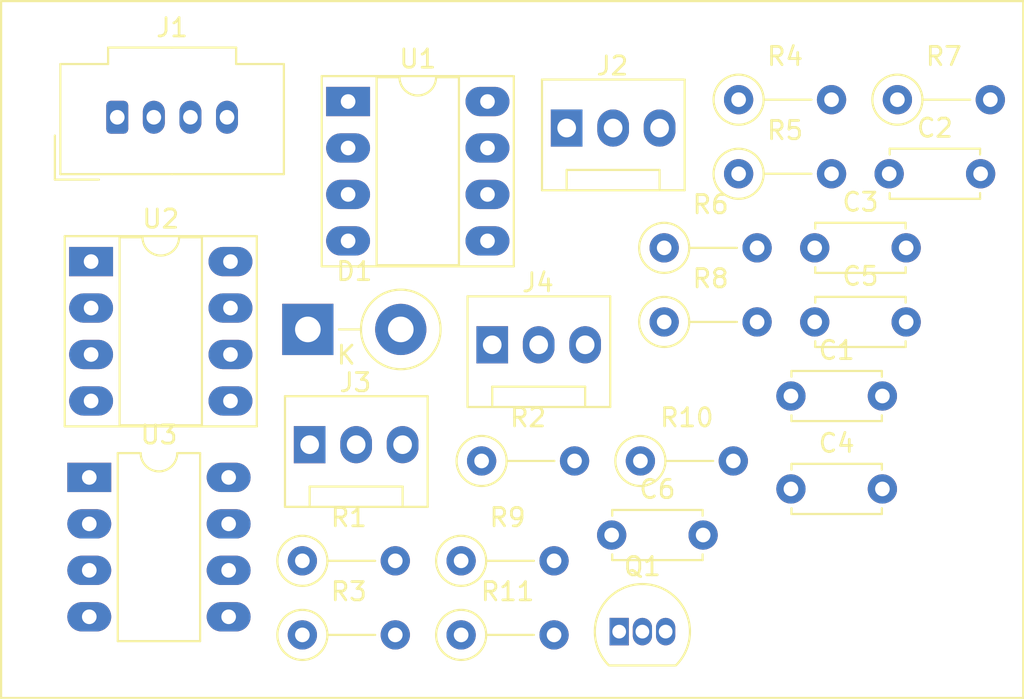
<source format=kicad_pcb>
(kicad_pcb (version 20171130) (host pcbnew "(5.1.0)-1")

  (general
    (thickness 1.6)
    (drawings 4)
    (tracks 0)
    (zones 0)
    (modules 26)
    (nets 22)
  )

  (page A4)
  (layers
    (0 F.Cu signal)
    (31 B.Cu signal)
    (32 B.Adhes user)
    (33 F.Adhes user)
    (34 B.Paste user)
    (35 F.Paste user)
    (36 B.SilkS user)
    (37 F.SilkS user)
    (38 B.Mask user)
    (39 F.Mask user)
    (40 Dwgs.User user)
    (41 Cmts.User user)
    (42 Eco1.User user)
    (43 Eco2.User user)
    (44 Edge.Cuts user)
    (45 Margin user)
    (46 B.CrtYd user)
    (47 F.CrtYd user)
    (48 B.Fab user)
    (49 F.Fab user)
  )

  (setup
    (last_trace_width 0.25)
    (trace_clearance 0.2)
    (zone_clearance 0.508)
    (zone_45_only no)
    (trace_min 0.2)
    (via_size 0.8)
    (via_drill 0.4)
    (via_min_size 0.4)
    (via_min_drill 0.3)
    (uvia_size 0.3)
    (uvia_drill 0.1)
    (uvias_allowed no)
    (uvia_min_size 0.2)
    (uvia_min_drill 0.1)
    (edge_width 0.05)
    (segment_width 0.2)
    (pcb_text_width 0.3)
    (pcb_text_size 1.5 1.5)
    (mod_edge_width 0.12)
    (mod_text_size 1 1)
    (mod_text_width 0.15)
    (pad_size 1.524 1.524)
    (pad_drill 0.762)
    (pad_to_mask_clearance 0.051)
    (solder_mask_min_width 0.25)
    (aux_axis_origin 0 0)
    (visible_elements 7FFFFFFF)
    (pcbplotparams
      (layerselection 0x010fc_ffffffff)
      (usegerberextensions false)
      (usegerberattributes false)
      (usegerberadvancedattributes false)
      (creategerberjobfile true)
      (excludeedgelayer true)
      (linewidth 0.100000)
      (plotframeref false)
      (viasonmask false)
      (mode 1)
      (useauxorigin false)
      (hpglpennumber 1)
      (hpglpenspeed 20)
      (hpglpendiameter 15.000000)
      (psnegative false)
      (psa4output false)
      (plotreference true)
      (plotvalue true)
      (plotinvisibletext false)
      (padsonsilk false)
      (subtractmaskfromsilk false)
      (outputformat 1)
      (mirror false)
      (drillshape 0)
      (scaleselection 1)
      (outputdirectory ""))
  )

  (net 0 "")
  (net 1 "Net-(C1-Pad2)")
  (net 2 "Net-(C1-Pad1)")
  (net 3 "Net-(C2-Pad2)")
  (net 4 "Net-(C3-Pad2)")
  (net 5 "Net-(C4-Pad2)")
  (net 6 "Net-(C5-Pad2)")
  (net 7 "Net-(C5-Pad1)")
  (net 8 "Net-(C6-Pad2)")
  (net 9 "Net-(C6-Pad1)")
  (net 10 "Net-(D1-Pad1)")
  (net 11 "Net-(J1-Pad3)")
  (net 12 "Net-(J1-Pad2)")
  (net 13 "Net-(J2-Pad2)")
  (net 14 "Net-(J2-Pad1)")
  (net 15 "Net-(J3-Pad3)")
  (net 16 "Net-(J3-Pad1)")
  (net 17 "Net-(Q1-Pad1)")
  (net 18 "Net-(Q1-Pad2)")
  (net 19 "Net-(R1-Pad1)")
  (net 20 "Net-(R2-Pad1)")
  (net 21 "Net-(R3-Pad1)")

  (net_class Default "This is the default net class."
    (clearance 0.2)
    (trace_width 0.25)
    (via_dia 0.8)
    (via_drill 0.4)
    (uvia_dia 0.3)
    (uvia_drill 0.1)
    (add_net "Net-(C1-Pad1)")
    (add_net "Net-(C1-Pad2)")
    (add_net "Net-(C2-Pad2)")
    (add_net "Net-(C3-Pad2)")
    (add_net "Net-(C4-Pad2)")
    (add_net "Net-(C5-Pad1)")
    (add_net "Net-(C5-Pad2)")
    (add_net "Net-(C6-Pad1)")
    (add_net "Net-(C6-Pad2)")
    (add_net "Net-(D1-Pad1)")
    (add_net "Net-(J1-Pad2)")
    (add_net "Net-(J1-Pad3)")
    (add_net "Net-(J2-Pad1)")
    (add_net "Net-(J2-Pad2)")
    (add_net "Net-(J3-Pad1)")
    (add_net "Net-(J3-Pad3)")
    (add_net "Net-(Q1-Pad1)")
    (add_net "Net-(Q1-Pad2)")
    (add_net "Net-(R1-Pad1)")
    (add_net "Net-(R2-Pad1)")
    (add_net "Net-(R3-Pad1)")
  )

  (module Package_DIP:DIP-8_W7.62mm_LongPads (layer F.Cu) (tedit 5A02E8C5) (tstamp 5D15CAE1)
    (at 74.67 85.73)
    (descr "8-lead though-hole mounted DIP package, row spacing 7.62 mm (300 mils), LongPads")
    (tags "THT DIP DIL PDIP 2.54mm 7.62mm 300mil LongPads")
    (path /5D1510E0)
    (fp_text reference U3 (at 3.81 -2.33) (layer F.SilkS)
      (effects (font (size 1 1) (thickness 0.15)))
    )
    (fp_text value LM358NFS-ND (at 3.81 9.95) (layer F.Fab)
      (effects (font (size 1 1) (thickness 0.15)))
    )
    (fp_text user %R (at 3.81 3.81) (layer F.Fab)
      (effects (font (size 1 1) (thickness 0.15)))
    )
    (fp_line (start 9.1 -1.55) (end -1.45 -1.55) (layer F.CrtYd) (width 0.05))
    (fp_line (start 9.1 9.15) (end 9.1 -1.55) (layer F.CrtYd) (width 0.05))
    (fp_line (start -1.45 9.15) (end 9.1 9.15) (layer F.CrtYd) (width 0.05))
    (fp_line (start -1.45 -1.55) (end -1.45 9.15) (layer F.CrtYd) (width 0.05))
    (fp_line (start 6.06 -1.33) (end 4.81 -1.33) (layer F.SilkS) (width 0.12))
    (fp_line (start 6.06 8.95) (end 6.06 -1.33) (layer F.SilkS) (width 0.12))
    (fp_line (start 1.56 8.95) (end 6.06 8.95) (layer F.SilkS) (width 0.12))
    (fp_line (start 1.56 -1.33) (end 1.56 8.95) (layer F.SilkS) (width 0.12))
    (fp_line (start 2.81 -1.33) (end 1.56 -1.33) (layer F.SilkS) (width 0.12))
    (fp_line (start 0.635 -0.27) (end 1.635 -1.27) (layer F.Fab) (width 0.1))
    (fp_line (start 0.635 8.89) (end 0.635 -0.27) (layer F.Fab) (width 0.1))
    (fp_line (start 6.985 8.89) (end 0.635 8.89) (layer F.Fab) (width 0.1))
    (fp_line (start 6.985 -1.27) (end 6.985 8.89) (layer F.Fab) (width 0.1))
    (fp_line (start 1.635 -1.27) (end 6.985 -1.27) (layer F.Fab) (width 0.1))
    (fp_arc (start 3.81 -1.33) (end 2.81 -1.33) (angle -180) (layer F.SilkS) (width 0.12))
    (pad 8 thru_hole oval (at 7.62 0) (size 2.4 1.6) (drill 0.8) (layers *.Cu *.Mask)
      (net 10 "Net-(D1-Pad1)"))
    (pad 4 thru_hole oval (at 0 7.62) (size 2.4 1.6) (drill 0.8) (layers *.Cu *.Mask)
      (net 1 "Net-(C1-Pad2)"))
    (pad 7 thru_hole oval (at 7.62 2.54) (size 2.4 1.6) (drill 0.8) (layers *.Cu *.Mask)
      (net 16 "Net-(J3-Pad1)"))
    (pad 3 thru_hole oval (at 0 5.08) (size 2.4 1.6) (drill 0.8) (layers *.Cu *.Mask)
      (net 13 "Net-(J2-Pad2)"))
    (pad 6 thru_hole oval (at 7.62 5.08) (size 2.4 1.6) (drill 0.8) (layers *.Cu *.Mask)
      (net 9 "Net-(C6-Pad1)"))
    (pad 2 thru_hole oval (at 0 2.54) (size 2.4 1.6) (drill 0.8) (layers *.Cu *.Mask)
      (net 7 "Net-(C5-Pad1)"))
    (pad 5 thru_hole oval (at 7.62 7.62) (size 2.4 1.6) (drill 0.8) (layers *.Cu *.Mask)
      (net 15 "Net-(J3-Pad3)"))
    (pad 1 thru_hole rect (at 0 0) (size 2.4 1.6) (drill 0.8) (layers *.Cu *.Mask)
      (net 7 "Net-(C5-Pad1)"))
    (model ${KISYS3DMOD}/Package_DIP.3dshapes/DIP-8_W7.62mm.wrl
      (at (xyz 0 0 0))
      (scale (xyz 1 1 1))
      (rotate (xyz 0 0 0))
    )
  )

  (module Package_DIP:DIP-8_W7.62mm_Socket_LongPads (layer F.Cu) (tedit 5A02E8C5) (tstamp 5D15CAC5)
    (at 74.77 73.93)
    (descr "8-lead though-hole mounted DIP package, row spacing 7.62 mm (300 mils), Socket, LongPads")
    (tags "THT DIP DIL PDIP 2.54mm 7.62mm 300mil Socket LongPads")
    (path /5D13DA0F)
    (fp_text reference U2 (at 3.81 -2.33) (layer F.SilkS)
      (effects (font (size 1 1) (thickness 0.15)))
    )
    (fp_text value NE555 (at 3.81 9.95) (layer F.Fab)
      (effects (font (size 1 1) (thickness 0.15)))
    )
    (fp_text user %R (at 3.81 3.81) (layer F.Fab)
      (effects (font (size 1 1) (thickness 0.15)))
    )
    (fp_line (start 9.15 -1.6) (end -1.55 -1.6) (layer F.CrtYd) (width 0.05))
    (fp_line (start 9.15 9.2) (end 9.15 -1.6) (layer F.CrtYd) (width 0.05))
    (fp_line (start -1.55 9.2) (end 9.15 9.2) (layer F.CrtYd) (width 0.05))
    (fp_line (start -1.55 -1.6) (end -1.55 9.2) (layer F.CrtYd) (width 0.05))
    (fp_line (start 9.06 -1.39) (end -1.44 -1.39) (layer F.SilkS) (width 0.12))
    (fp_line (start 9.06 9.01) (end 9.06 -1.39) (layer F.SilkS) (width 0.12))
    (fp_line (start -1.44 9.01) (end 9.06 9.01) (layer F.SilkS) (width 0.12))
    (fp_line (start -1.44 -1.39) (end -1.44 9.01) (layer F.SilkS) (width 0.12))
    (fp_line (start 6.06 -1.33) (end 4.81 -1.33) (layer F.SilkS) (width 0.12))
    (fp_line (start 6.06 8.95) (end 6.06 -1.33) (layer F.SilkS) (width 0.12))
    (fp_line (start 1.56 8.95) (end 6.06 8.95) (layer F.SilkS) (width 0.12))
    (fp_line (start 1.56 -1.33) (end 1.56 8.95) (layer F.SilkS) (width 0.12))
    (fp_line (start 2.81 -1.33) (end 1.56 -1.33) (layer F.SilkS) (width 0.12))
    (fp_line (start 8.89 -1.33) (end -1.27 -1.33) (layer F.Fab) (width 0.1))
    (fp_line (start 8.89 8.95) (end 8.89 -1.33) (layer F.Fab) (width 0.1))
    (fp_line (start -1.27 8.95) (end 8.89 8.95) (layer F.Fab) (width 0.1))
    (fp_line (start -1.27 -1.33) (end -1.27 8.95) (layer F.Fab) (width 0.1))
    (fp_line (start 0.635 -0.27) (end 1.635 -1.27) (layer F.Fab) (width 0.1))
    (fp_line (start 0.635 8.89) (end 0.635 -0.27) (layer F.Fab) (width 0.1))
    (fp_line (start 6.985 8.89) (end 0.635 8.89) (layer F.Fab) (width 0.1))
    (fp_line (start 6.985 -1.27) (end 6.985 8.89) (layer F.Fab) (width 0.1))
    (fp_line (start 1.635 -1.27) (end 6.985 -1.27) (layer F.Fab) (width 0.1))
    (fp_arc (start 3.81 -1.33) (end 2.81 -1.33) (angle -180) (layer F.SilkS) (width 0.12))
    (pad 8 thru_hole oval (at 7.62 0) (size 2.4 1.6) (drill 0.8) (layers *.Cu *.Mask)
      (net 10 "Net-(D1-Pad1)"))
    (pad 4 thru_hole oval (at 0 7.62) (size 2.4 1.6) (drill 0.8) (layers *.Cu *.Mask)
      (net 10 "Net-(D1-Pad1)"))
    (pad 7 thru_hole oval (at 7.62 2.54) (size 2.4 1.6) (drill 0.8) (layers *.Cu *.Mask)
      (net 5 "Net-(C4-Pad2)"))
    (pad 3 thru_hole oval (at 0 5.08) (size 2.4 1.6) (drill 0.8) (layers *.Cu *.Mask)
      (net 20 "Net-(R2-Pad1)"))
    (pad 6 thru_hole oval (at 7.62 5.08) (size 2.4 1.6) (drill 0.8) (layers *.Cu *.Mask)
      (net 5 "Net-(C4-Pad2)"))
    (pad 2 thru_hole oval (at 0 2.54) (size 2.4 1.6) (drill 0.8) (layers *.Cu *.Mask)
      (net 17 "Net-(Q1-Pad1)"))
    (pad 5 thru_hole oval (at 7.62 7.62) (size 2.4 1.6) (drill 0.8) (layers *.Cu *.Mask)
      (net 4 "Net-(C3-Pad2)"))
    (pad 1 thru_hole rect (at 0 0) (size 2.4 1.6) (drill 0.8) (layers *.Cu *.Mask)
      (net 1 "Net-(C1-Pad2)"))
    (model ${KISYS3DMOD}/Package_DIP.3dshapes/DIP-8_W7.62mm_Socket.wrl
      (at (xyz 0 0 0))
      (scale (xyz 1 1 1))
      (rotate (xyz 0 0 0))
    )
  )

  (module Package_DIP:DIP-8_W7.62mm_Socket_LongPads (layer F.Cu) (tedit 5A02E8C5) (tstamp 5D15CAA1)
    (at 88.82 65.18)
    (descr "8-lead though-hole mounted DIP package, row spacing 7.62 mm (300 mils), Socket, LongPads")
    (tags "THT DIP DIL PDIP 2.54mm 7.62mm 300mil Socket LongPads")
    (path /5D13CA47)
    (fp_text reference U1 (at 3.81 -2.33) (layer F.SilkS)
      (effects (font (size 1 1) (thickness 0.15)))
    )
    (fp_text value NE555 (at 3.81 9.95) (layer F.Fab)
      (effects (font (size 1 1) (thickness 0.15)))
    )
    (fp_text user %R (at 3.81 3.81) (layer F.Fab)
      (effects (font (size 1 1) (thickness 0.15)))
    )
    (fp_line (start 9.15 -1.6) (end -1.55 -1.6) (layer F.CrtYd) (width 0.05))
    (fp_line (start 9.15 9.2) (end 9.15 -1.6) (layer F.CrtYd) (width 0.05))
    (fp_line (start -1.55 9.2) (end 9.15 9.2) (layer F.CrtYd) (width 0.05))
    (fp_line (start -1.55 -1.6) (end -1.55 9.2) (layer F.CrtYd) (width 0.05))
    (fp_line (start 9.06 -1.39) (end -1.44 -1.39) (layer F.SilkS) (width 0.12))
    (fp_line (start 9.06 9.01) (end 9.06 -1.39) (layer F.SilkS) (width 0.12))
    (fp_line (start -1.44 9.01) (end 9.06 9.01) (layer F.SilkS) (width 0.12))
    (fp_line (start -1.44 -1.39) (end -1.44 9.01) (layer F.SilkS) (width 0.12))
    (fp_line (start 6.06 -1.33) (end 4.81 -1.33) (layer F.SilkS) (width 0.12))
    (fp_line (start 6.06 8.95) (end 6.06 -1.33) (layer F.SilkS) (width 0.12))
    (fp_line (start 1.56 8.95) (end 6.06 8.95) (layer F.SilkS) (width 0.12))
    (fp_line (start 1.56 -1.33) (end 1.56 8.95) (layer F.SilkS) (width 0.12))
    (fp_line (start 2.81 -1.33) (end 1.56 -1.33) (layer F.SilkS) (width 0.12))
    (fp_line (start 8.89 -1.33) (end -1.27 -1.33) (layer F.Fab) (width 0.1))
    (fp_line (start 8.89 8.95) (end 8.89 -1.33) (layer F.Fab) (width 0.1))
    (fp_line (start -1.27 8.95) (end 8.89 8.95) (layer F.Fab) (width 0.1))
    (fp_line (start -1.27 -1.33) (end -1.27 8.95) (layer F.Fab) (width 0.1))
    (fp_line (start 0.635 -0.27) (end 1.635 -1.27) (layer F.Fab) (width 0.1))
    (fp_line (start 0.635 8.89) (end 0.635 -0.27) (layer F.Fab) (width 0.1))
    (fp_line (start 6.985 8.89) (end 0.635 8.89) (layer F.Fab) (width 0.1))
    (fp_line (start 6.985 -1.27) (end 6.985 8.89) (layer F.Fab) (width 0.1))
    (fp_line (start 1.635 -1.27) (end 6.985 -1.27) (layer F.Fab) (width 0.1))
    (fp_arc (start 3.81 -1.33) (end 2.81 -1.33) (angle -180) (layer F.SilkS) (width 0.12))
    (pad 8 thru_hole oval (at 7.62 0) (size 2.4 1.6) (drill 0.8) (layers *.Cu *.Mask)
      (net 10 "Net-(D1-Pad1)"))
    (pad 4 thru_hole oval (at 0 7.62) (size 2.4 1.6) (drill 0.8) (layers *.Cu *.Mask)
      (net 19 "Net-(R1-Pad1)"))
    (pad 7 thru_hole oval (at 7.62 2.54) (size 2.4 1.6) (drill 0.8) (layers *.Cu *.Mask)
      (net 21 "Net-(R3-Pad1)"))
    (pad 3 thru_hole oval (at 0 5.08) (size 2.4 1.6) (drill 0.8) (layers *.Cu *.Mask)
      (net 14 "Net-(J2-Pad1)"))
    (pad 6 thru_hole oval (at 7.62 5.08) (size 2.4 1.6) (drill 0.8) (layers *.Cu *.Mask)
      (net 2 "Net-(C1-Pad1)"))
    (pad 2 thru_hole oval (at 0 2.54) (size 2.4 1.6) (drill 0.8) (layers *.Cu *.Mask)
      (net 2 "Net-(C1-Pad1)"))
    (pad 5 thru_hole oval (at 7.62 7.62) (size 2.4 1.6) (drill 0.8) (layers *.Cu *.Mask)
      (net 3 "Net-(C2-Pad2)"))
    (pad 1 thru_hole rect (at 0 0) (size 2.4 1.6) (drill 0.8) (layers *.Cu *.Mask)
      (net 1 "Net-(C1-Pad2)"))
    (model ${KISYS3DMOD}/Package_DIP.3dshapes/DIP-8_W7.62mm_Socket.wrl
      (at (xyz 0 0 0))
      (scale (xyz 1 1 1))
      (rotate (xyz 0 0 0))
    )
  )

  (module Resistor_THT:R_Axial_DIN0207_L6.3mm_D2.5mm_P5.08mm_Vertical (layer F.Cu) (tedit 5AE5139B) (tstamp 5D15CA7D)
    (at 95 94.34)
    (descr "Resistor, Axial_DIN0207 series, Axial, Vertical, pin pitch=5.08mm, 0.25W = 1/4W, length*diameter=6.3*2.5mm^2, http://cdn-reichelt.de/documents/datenblatt/B400/1_4W%23YAG.pdf")
    (tags "Resistor Axial_DIN0207 series Axial Vertical pin pitch 5.08mm 0.25W = 1/4W length 6.3mm diameter 2.5mm")
    (path /5D16FE70)
    (fp_text reference R11 (at 2.54 -2.37) (layer F.SilkS)
      (effects (font (size 1 1) (thickness 0.15)))
    )
    (fp_text value 10K (at 2.54 2.37) (layer F.Fab)
      (effects (font (size 1 1) (thickness 0.15)))
    )
    (fp_text user %R (at 2.54 -2.37) (layer F.Fab)
      (effects (font (size 1 1) (thickness 0.15)))
    )
    (fp_line (start 6.13 -1.5) (end -1.5 -1.5) (layer F.CrtYd) (width 0.05))
    (fp_line (start 6.13 1.5) (end 6.13 -1.5) (layer F.CrtYd) (width 0.05))
    (fp_line (start -1.5 1.5) (end 6.13 1.5) (layer F.CrtYd) (width 0.05))
    (fp_line (start -1.5 -1.5) (end -1.5 1.5) (layer F.CrtYd) (width 0.05))
    (fp_line (start 1.37 0) (end 3.98 0) (layer F.SilkS) (width 0.12))
    (fp_line (start 0 0) (end 5.08 0) (layer F.Fab) (width 0.1))
    (fp_circle (center 0 0) (end 1.37 0) (layer F.SilkS) (width 0.12))
    (fp_circle (center 0 0) (end 1.25 0) (layer F.Fab) (width 0.1))
    (pad 2 thru_hole oval (at 5.08 0) (size 1.6 1.6) (drill 0.8) (layers *.Cu *.Mask)
      (net 9 "Net-(C6-Pad1)"))
    (pad 1 thru_hole circle (at 0 0) (size 1.6 1.6) (drill 0.8) (layers *.Cu *.Mask)
      (net 10 "Net-(D1-Pad1)"))
    (model ${KISYS3DMOD}/Resistor_THT.3dshapes/R_Axial_DIN0207_L6.3mm_D2.5mm_P5.08mm_Vertical.wrl
      (at (xyz 0 0 0))
      (scale (xyz 1 1 1))
      (rotate (xyz 0 0 0))
    )
  )

  (module Resistor_THT:R_Axial_DIN0207_L6.3mm_D2.5mm_P5.08mm_Vertical (layer F.Cu) (tedit 5AE5139B) (tstamp 5D15CA6E)
    (at 104.8 84.83)
    (descr "Resistor, Axial_DIN0207 series, Axial, Vertical, pin pitch=5.08mm, 0.25W = 1/4W, length*diameter=6.3*2.5mm^2, http://cdn-reichelt.de/documents/datenblatt/B400/1_4W%23YAG.pdf")
    (tags "Resistor Axial_DIN0207 series Axial Vertical pin pitch 5.08mm 0.25W = 1/4W length 6.3mm diameter 2.5mm")
    (path /5D16D3E1)
    (fp_text reference R10 (at 2.54 -2.37) (layer F.SilkS)
      (effects (font (size 1 1) (thickness 0.15)))
    )
    (fp_text value 10K (at 2.54 2.37) (layer F.Fab)
      (effects (font (size 1 1) (thickness 0.15)))
    )
    (fp_text user %R (at 2.54 -2.37) (layer F.Fab)
      (effects (font (size 1 1) (thickness 0.15)))
    )
    (fp_line (start 6.13 -1.5) (end -1.5 -1.5) (layer F.CrtYd) (width 0.05))
    (fp_line (start 6.13 1.5) (end 6.13 -1.5) (layer F.CrtYd) (width 0.05))
    (fp_line (start -1.5 1.5) (end 6.13 1.5) (layer F.CrtYd) (width 0.05))
    (fp_line (start -1.5 -1.5) (end -1.5 1.5) (layer F.CrtYd) (width 0.05))
    (fp_line (start 1.37 0) (end 3.98 0) (layer F.SilkS) (width 0.12))
    (fp_line (start 0 0) (end 5.08 0) (layer F.Fab) (width 0.1))
    (fp_circle (center 0 0) (end 1.37 0) (layer F.SilkS) (width 0.12))
    (fp_circle (center 0 0) (end 1.25 0) (layer F.Fab) (width 0.1))
    (pad 2 thru_hole oval (at 5.08 0) (size 1.6 1.6) (drill 0.8) (layers *.Cu *.Mask)
      (net 1 "Net-(C1-Pad2)"))
    (pad 1 thru_hole circle (at 0 0) (size 1.6 1.6) (drill 0.8) (layers *.Cu *.Mask)
      (net 9 "Net-(C6-Pad1)"))
    (model ${KISYS3DMOD}/Resistor_THT.3dshapes/R_Axial_DIN0207_L6.3mm_D2.5mm_P5.08mm_Vertical.wrl
      (at (xyz 0 0 0))
      (scale (xyz 1 1 1))
      (rotate (xyz 0 0 0))
    )
  )

  (module Resistor_THT:R_Axial_DIN0207_L6.3mm_D2.5mm_P5.08mm_Vertical (layer F.Cu) (tedit 5AE5139B) (tstamp 5D15CA5F)
    (at 95 90.29)
    (descr "Resistor, Axial_DIN0207 series, Axial, Vertical, pin pitch=5.08mm, 0.25W = 1/4W, length*diameter=6.3*2.5mm^2, http://cdn-reichelt.de/documents/datenblatt/B400/1_4W%23YAG.pdf")
    (tags "Resistor Axial_DIN0207 series Axial Vertical pin pitch 5.08mm 0.25W = 1/4W length 6.3mm diameter 2.5mm")
    (path /5D1764B7)
    (fp_text reference R9 (at 2.54 -2.37) (layer F.SilkS)
      (effects (font (size 1 1) (thickness 0.15)))
    )
    (fp_text value 10K (at 2.54 2.37) (layer F.Fab)
      (effects (font (size 1 1) (thickness 0.15)))
    )
    (fp_text user %R (at 2.54 -2.37) (layer F.Fab)
      (effects (font (size 1 1) (thickness 0.15)))
    )
    (fp_line (start 6.13 -1.5) (end -1.5 -1.5) (layer F.CrtYd) (width 0.05))
    (fp_line (start 6.13 1.5) (end 6.13 -1.5) (layer F.CrtYd) (width 0.05))
    (fp_line (start -1.5 1.5) (end 6.13 1.5) (layer F.CrtYd) (width 0.05))
    (fp_line (start -1.5 -1.5) (end -1.5 1.5) (layer F.CrtYd) (width 0.05))
    (fp_line (start 1.37 0) (end 3.98 0) (layer F.SilkS) (width 0.12))
    (fp_line (start 0 0) (end 5.08 0) (layer F.Fab) (width 0.1))
    (fp_circle (center 0 0) (end 1.37 0) (layer F.SilkS) (width 0.12))
    (fp_circle (center 0 0) (end 1.25 0) (layer F.Fab) (width 0.1))
    (pad 2 thru_hole oval (at 5.08 0) (size 1.6 1.6) (drill 0.8) (layers *.Cu *.Mask)
      (net 15 "Net-(J3-Pad3)"))
    (pad 1 thru_hole circle (at 0 0) (size 1.6 1.6) (drill 0.8) (layers *.Cu *.Mask)
      (net 10 "Net-(D1-Pad1)"))
    (model ${KISYS3DMOD}/Resistor_THT.3dshapes/R_Axial_DIN0207_L6.3mm_D2.5mm_P5.08mm_Vertical.wrl
      (at (xyz 0 0 0))
      (scale (xyz 1 1 1))
      (rotate (xyz 0 0 0))
    )
  )

  (module Resistor_THT:R_Axial_DIN0207_L6.3mm_D2.5mm_P5.08mm_Vertical (layer F.Cu) (tedit 5AE5139B) (tstamp 5D15CA50)
    (at 106.1 77.23)
    (descr "Resistor, Axial_DIN0207 series, Axial, Vertical, pin pitch=5.08mm, 0.25W = 1/4W, length*diameter=6.3*2.5mm^2, http://cdn-reichelt.de/documents/datenblatt/B400/1_4W%23YAG.pdf")
    (tags "Resistor Axial_DIN0207 series Axial Vertical pin pitch 5.08mm 0.25W = 1/4W length 6.3mm diameter 2.5mm")
    (path /5D1755FF)
    (fp_text reference R8 (at 2.54 -2.37) (layer F.SilkS)
      (effects (font (size 1 1) (thickness 0.15)))
    )
    (fp_text value 10K (at 2.54 2.37) (layer F.Fab)
      (effects (font (size 1 1) (thickness 0.15)))
    )
    (fp_text user %R (at 2.54 -2.37) (layer F.Fab)
      (effects (font (size 1 1) (thickness 0.15)))
    )
    (fp_line (start 6.13 -1.5) (end -1.5 -1.5) (layer F.CrtYd) (width 0.05))
    (fp_line (start 6.13 1.5) (end 6.13 -1.5) (layer F.CrtYd) (width 0.05))
    (fp_line (start -1.5 1.5) (end 6.13 1.5) (layer F.CrtYd) (width 0.05))
    (fp_line (start -1.5 -1.5) (end -1.5 1.5) (layer F.CrtYd) (width 0.05))
    (fp_line (start 1.37 0) (end 3.98 0) (layer F.SilkS) (width 0.12))
    (fp_line (start 0 0) (end 5.08 0) (layer F.Fab) (width 0.1))
    (fp_circle (center 0 0) (end 1.37 0) (layer F.SilkS) (width 0.12))
    (fp_circle (center 0 0) (end 1.25 0) (layer F.Fab) (width 0.1))
    (pad 2 thru_hole oval (at 5.08 0) (size 1.6 1.6) (drill 0.8) (layers *.Cu *.Mask)
      (net 1 "Net-(C1-Pad2)"))
    (pad 1 thru_hole circle (at 0 0) (size 1.6 1.6) (drill 0.8) (layers *.Cu *.Mask)
      (net 15 "Net-(J3-Pad3)"))
    (model ${KISYS3DMOD}/Resistor_THT.3dshapes/R_Axial_DIN0207_L6.3mm_D2.5mm_P5.08mm_Vertical.wrl
      (at (xyz 0 0 0))
      (scale (xyz 1 1 1))
      (rotate (xyz 0 0 0))
    )
  )

  (module Resistor_THT:R_Axial_DIN0207_L6.3mm_D2.5mm_P5.08mm_Vertical (layer F.Cu) (tedit 5AE5139B) (tstamp 5D15CA41)
    (at 118.85 65.08)
    (descr "Resistor, Axial_DIN0207 series, Axial, Vertical, pin pitch=5.08mm, 0.25W = 1/4W, length*diameter=6.3*2.5mm^2, http://cdn-reichelt.de/documents/datenblatt/B400/1_4W%23YAG.pdf")
    (tags "Resistor Axial_DIN0207 series Axial Vertical pin pitch 5.08mm 0.25W = 1/4W length 6.3mm diameter 2.5mm")
    (path /5D17F135)
    (fp_text reference R7 (at 2.54 -2.37) (layer F.SilkS)
      (effects (font (size 1 1) (thickness 0.15)))
    )
    (fp_text value 100K (at 2.54 2.37) (layer F.Fab)
      (effects (font (size 1 1) (thickness 0.15)))
    )
    (fp_text user %R (at 2.54 -2.37) (layer F.Fab)
      (effects (font (size 1 1) (thickness 0.15)))
    )
    (fp_line (start 6.13 -1.5) (end -1.5 -1.5) (layer F.CrtYd) (width 0.05))
    (fp_line (start 6.13 1.5) (end 6.13 -1.5) (layer F.CrtYd) (width 0.05))
    (fp_line (start -1.5 1.5) (end 6.13 1.5) (layer F.CrtYd) (width 0.05))
    (fp_line (start -1.5 -1.5) (end -1.5 1.5) (layer F.CrtYd) (width 0.05))
    (fp_line (start 1.37 0) (end 3.98 0) (layer F.SilkS) (width 0.12))
    (fp_line (start 0 0) (end 5.08 0) (layer F.Fab) (width 0.1))
    (fp_circle (center 0 0) (end 1.37 0) (layer F.SilkS) (width 0.12))
    (fp_circle (center 0 0) (end 1.25 0) (layer F.Fab) (width 0.1))
    (pad 2 thru_hole oval (at 5.08 0) (size 1.6 1.6) (drill 0.8) (layers *.Cu *.Mask)
      (net 16 "Net-(J3-Pad1)"))
    (pad 1 thru_hole circle (at 0 0) (size 1.6 1.6) (drill 0.8) (layers *.Cu *.Mask)
      (net 18 "Net-(Q1-Pad2)"))
    (model ${KISYS3DMOD}/Resistor_THT.3dshapes/R_Axial_DIN0207_L6.3mm_D2.5mm_P5.08mm_Vertical.wrl
      (at (xyz 0 0 0))
      (scale (xyz 1 1 1))
      (rotate (xyz 0 0 0))
    )
  )

  (module Resistor_THT:R_Axial_DIN0207_L6.3mm_D2.5mm_P5.08mm_Vertical (layer F.Cu) (tedit 5AE5139B) (tstamp 5D15CA32)
    (at 106.1 73.18)
    (descr "Resistor, Axial_DIN0207 series, Axial, Vertical, pin pitch=5.08mm, 0.25W = 1/4W, length*diameter=6.3*2.5mm^2, http://cdn-reichelt.de/documents/datenblatt/B400/1_4W%23YAG.pdf")
    (tags "Resistor Axial_DIN0207 series Axial Vertical pin pitch 5.08mm 0.25W = 1/4W length 6.3mm diameter 2.5mm")
    (path /5D181552)
    (fp_text reference R6 (at 2.54 -2.37) (layer F.SilkS)
      (effects (font (size 1 1) (thickness 0.15)))
    )
    (fp_text value 10K (at 2.54 2.37) (layer F.Fab)
      (effects (font (size 1 1) (thickness 0.15)))
    )
    (fp_text user %R (at 2.54 -2.37) (layer F.Fab)
      (effects (font (size 1 1) (thickness 0.15)))
    )
    (fp_line (start 6.13 -1.5) (end -1.5 -1.5) (layer F.CrtYd) (width 0.05))
    (fp_line (start 6.13 1.5) (end 6.13 -1.5) (layer F.CrtYd) (width 0.05))
    (fp_line (start -1.5 1.5) (end 6.13 1.5) (layer F.CrtYd) (width 0.05))
    (fp_line (start -1.5 -1.5) (end -1.5 1.5) (layer F.CrtYd) (width 0.05))
    (fp_line (start 1.37 0) (end 3.98 0) (layer F.SilkS) (width 0.12))
    (fp_line (start 0 0) (end 5.08 0) (layer F.Fab) (width 0.1))
    (fp_circle (center 0 0) (end 1.37 0) (layer F.SilkS) (width 0.12))
    (fp_circle (center 0 0) (end 1.25 0) (layer F.Fab) (width 0.1))
    (pad 2 thru_hole oval (at 5.08 0) (size 1.6 1.6) (drill 0.8) (layers *.Cu *.Mask)
      (net 17 "Net-(Q1-Pad1)"))
    (pad 1 thru_hole circle (at 0 0) (size 1.6 1.6) (drill 0.8) (layers *.Cu *.Mask)
      (net 10 "Net-(D1-Pad1)"))
    (model ${KISYS3DMOD}/Resistor_THT.3dshapes/R_Axial_DIN0207_L6.3mm_D2.5mm_P5.08mm_Vertical.wrl
      (at (xyz 0 0 0))
      (scale (xyz 1 1 1))
      (rotate (xyz 0 0 0))
    )
  )

  (module Resistor_THT:R_Axial_DIN0207_L6.3mm_D2.5mm_P5.08mm_Vertical (layer F.Cu) (tedit 5AE5139B) (tstamp 5D15CA23)
    (at 110.17 69.13)
    (descr "Resistor, Axial_DIN0207 series, Axial, Vertical, pin pitch=5.08mm, 0.25W = 1/4W, length*diameter=6.3*2.5mm^2, http://cdn-reichelt.de/documents/datenblatt/B400/1_4W%23YAG.pdf")
    (tags "Resistor Axial_DIN0207 series Axial Vertical pin pitch 5.08mm 0.25W = 1/4W length 6.3mm diameter 2.5mm")
    (path /5D1460FF)
    (fp_text reference R5 (at 2.54 -2.37) (layer F.SilkS)
      (effects (font (size 1 1) (thickness 0.15)))
    )
    (fp_text value 33K (at 2.54 2.37) (layer F.Fab)
      (effects (font (size 1 1) (thickness 0.15)))
    )
    (fp_text user %R (at 2.54 -2.37) (layer F.Fab)
      (effects (font (size 1 1) (thickness 0.15)))
    )
    (fp_line (start 6.13 -1.5) (end -1.5 -1.5) (layer F.CrtYd) (width 0.05))
    (fp_line (start 6.13 1.5) (end 6.13 -1.5) (layer F.CrtYd) (width 0.05))
    (fp_line (start -1.5 1.5) (end 6.13 1.5) (layer F.CrtYd) (width 0.05))
    (fp_line (start -1.5 -1.5) (end -1.5 1.5) (layer F.CrtYd) (width 0.05))
    (fp_line (start 1.37 0) (end 3.98 0) (layer F.SilkS) (width 0.12))
    (fp_line (start 0 0) (end 5.08 0) (layer F.Fab) (width 0.1))
    (fp_circle (center 0 0) (end 1.37 0) (layer F.SilkS) (width 0.12))
    (fp_circle (center 0 0) (end 1.25 0) (layer F.Fab) (width 0.1))
    (pad 2 thru_hole oval (at 5.08 0) (size 1.6 1.6) (drill 0.8) (layers *.Cu *.Mask)
      (net 5 "Net-(C4-Pad2)"))
    (pad 1 thru_hole circle (at 0 0) (size 1.6 1.6) (drill 0.8) (layers *.Cu *.Mask)
      (net 10 "Net-(D1-Pad1)"))
    (model ${KISYS3DMOD}/Resistor_THT.3dshapes/R_Axial_DIN0207_L6.3mm_D2.5mm_P5.08mm_Vertical.wrl
      (at (xyz 0 0 0))
      (scale (xyz 1 1 1))
      (rotate (xyz 0 0 0))
    )
  )

  (module Resistor_THT:R_Axial_DIN0207_L6.3mm_D2.5mm_P5.08mm_Vertical (layer F.Cu) (tedit 5AE5139B) (tstamp 5D15CA14)
    (at 110.17 65.08)
    (descr "Resistor, Axial_DIN0207 series, Axial, Vertical, pin pitch=5.08mm, 0.25W = 1/4W, length*diameter=6.3*2.5mm^2, http://cdn-reichelt.de/documents/datenblatt/B400/1_4W%23YAG.pdf")
    (tags "Resistor Axial_DIN0207 series Axial Vertical pin pitch 5.08mm 0.25W = 1/4W length 6.3mm diameter 2.5mm")
    (path /5D14272D)
    (fp_text reference R4 (at 2.54 -2.37) (layer F.SilkS)
      (effects (font (size 1 1) (thickness 0.15)))
    )
    (fp_text value 10K (at 2.54 2.37) (layer F.Fab)
      (effects (font (size 1 1) (thickness 0.15)))
    )
    (fp_text user %R (at 2.54 -2.37) (layer F.Fab)
      (effects (font (size 1 1) (thickness 0.15)))
    )
    (fp_line (start 6.13 -1.5) (end -1.5 -1.5) (layer F.CrtYd) (width 0.05))
    (fp_line (start 6.13 1.5) (end 6.13 -1.5) (layer F.CrtYd) (width 0.05))
    (fp_line (start -1.5 1.5) (end 6.13 1.5) (layer F.CrtYd) (width 0.05))
    (fp_line (start -1.5 -1.5) (end -1.5 1.5) (layer F.CrtYd) (width 0.05))
    (fp_line (start 1.37 0) (end 3.98 0) (layer F.SilkS) (width 0.12))
    (fp_line (start 0 0) (end 5.08 0) (layer F.Fab) (width 0.1))
    (fp_circle (center 0 0) (end 1.37 0) (layer F.SilkS) (width 0.12))
    (fp_circle (center 0 0) (end 1.25 0) (layer F.Fab) (width 0.1))
    (pad 2 thru_hole oval (at 5.08 0) (size 1.6 1.6) (drill 0.8) (layers *.Cu *.Mask)
      (net 21 "Net-(R3-Pad1)"))
    (pad 1 thru_hole circle (at 0 0) (size 1.6 1.6) (drill 0.8) (layers *.Cu *.Mask)
      (net 2 "Net-(C1-Pad1)"))
    (model ${KISYS3DMOD}/Resistor_THT.3dshapes/R_Axial_DIN0207_L6.3mm_D2.5mm_P5.08mm_Vertical.wrl
      (at (xyz 0 0 0))
      (scale (xyz 1 1 1))
      (rotate (xyz 0 0 0))
    )
  )

  (module Resistor_THT:R_Axial_DIN0207_L6.3mm_D2.5mm_P5.08mm_Vertical (layer F.Cu) (tedit 5AE5139B) (tstamp 5D15CA05)
    (at 86.32 94.34)
    (descr "Resistor, Axial_DIN0207 series, Axial, Vertical, pin pitch=5.08mm, 0.25W = 1/4W, length*diameter=6.3*2.5mm^2, http://cdn-reichelt.de/documents/datenblatt/B400/1_4W%23YAG.pdf")
    (tags "Resistor Axial_DIN0207 series Axial Vertical pin pitch 5.08mm 0.25W = 1/4W length 6.3mm diameter 2.5mm")
    (path /5D13FFD9)
    (fp_text reference R3 (at 2.54 -2.37) (layer F.SilkS)
      (effects (font (size 1 1) (thickness 0.15)))
    )
    (fp_text value 10K (at 2.54 2.37) (layer F.Fab)
      (effects (font (size 1 1) (thickness 0.15)))
    )
    (fp_text user %R (at 2.54 -2.37) (layer F.Fab)
      (effects (font (size 1 1) (thickness 0.15)))
    )
    (fp_line (start 6.13 -1.5) (end -1.5 -1.5) (layer F.CrtYd) (width 0.05))
    (fp_line (start 6.13 1.5) (end 6.13 -1.5) (layer F.CrtYd) (width 0.05))
    (fp_line (start -1.5 1.5) (end 6.13 1.5) (layer F.CrtYd) (width 0.05))
    (fp_line (start -1.5 -1.5) (end -1.5 1.5) (layer F.CrtYd) (width 0.05))
    (fp_line (start 1.37 0) (end 3.98 0) (layer F.SilkS) (width 0.12))
    (fp_line (start 0 0) (end 5.08 0) (layer F.Fab) (width 0.1))
    (fp_circle (center 0 0) (end 1.37 0) (layer F.SilkS) (width 0.12))
    (fp_circle (center 0 0) (end 1.25 0) (layer F.Fab) (width 0.1))
    (pad 2 thru_hole oval (at 5.08 0) (size 1.6 1.6) (drill 0.8) (layers *.Cu *.Mask)
      (net 10 "Net-(D1-Pad1)"))
    (pad 1 thru_hole circle (at 0 0) (size 1.6 1.6) (drill 0.8) (layers *.Cu *.Mask)
      (net 21 "Net-(R3-Pad1)"))
    (model ${KISYS3DMOD}/Resistor_THT.3dshapes/R_Axial_DIN0207_L6.3mm_D2.5mm_P5.08mm_Vertical.wrl
      (at (xyz 0 0 0))
      (scale (xyz 1 1 1))
      (rotate (xyz 0 0 0))
    )
  )

  (module Resistor_THT:R_Axial_DIN0207_L6.3mm_D2.5mm_P5.08mm_Vertical (layer F.Cu) (tedit 5AE5139B) (tstamp 5D15C9F6)
    (at 96.12 84.83)
    (descr "Resistor, Axial_DIN0207 series, Axial, Vertical, pin pitch=5.08mm, 0.25W = 1/4W, length*diameter=6.3*2.5mm^2, http://cdn-reichelt.de/documents/datenblatt/B400/1_4W%23YAG.pdf")
    (tags "Resistor Axial_DIN0207 series Axial Vertical pin pitch 5.08mm 0.25W = 1/4W length 6.3mm diameter 2.5mm")
    (path /5D13FA91)
    (fp_text reference R2 (at 2.54 -2.37) (layer F.SilkS)
      (effects (font (size 1 1) (thickness 0.15)))
    )
    (fp_text value 100 (at 2.54 2.37) (layer F.Fab)
      (effects (font (size 1 1) (thickness 0.15)))
    )
    (fp_text user %R (at 2.54 -2.37) (layer F.Fab)
      (effects (font (size 1 1) (thickness 0.15)))
    )
    (fp_line (start 6.13 -1.5) (end -1.5 -1.5) (layer F.CrtYd) (width 0.05))
    (fp_line (start 6.13 1.5) (end 6.13 -1.5) (layer F.CrtYd) (width 0.05))
    (fp_line (start -1.5 1.5) (end 6.13 1.5) (layer F.CrtYd) (width 0.05))
    (fp_line (start -1.5 -1.5) (end -1.5 1.5) (layer F.CrtYd) (width 0.05))
    (fp_line (start 1.37 0) (end 3.98 0) (layer F.SilkS) (width 0.12))
    (fp_line (start 0 0) (end 5.08 0) (layer F.Fab) (width 0.1))
    (fp_circle (center 0 0) (end 1.37 0) (layer F.SilkS) (width 0.12))
    (fp_circle (center 0 0) (end 1.25 0) (layer F.Fab) (width 0.1))
    (pad 2 thru_hole oval (at 5.08 0) (size 1.6 1.6) (drill 0.8) (layers *.Cu *.Mask)
      (net 11 "Net-(J1-Pad3)"))
    (pad 1 thru_hole circle (at 0 0) (size 1.6 1.6) (drill 0.8) (layers *.Cu *.Mask)
      (net 20 "Net-(R2-Pad1)"))
    (model ${KISYS3DMOD}/Resistor_THT.3dshapes/R_Axial_DIN0207_L6.3mm_D2.5mm_P5.08mm_Vertical.wrl
      (at (xyz 0 0 0))
      (scale (xyz 1 1 1))
      (rotate (xyz 0 0 0))
    )
  )

  (module Resistor_THT:R_Axial_DIN0207_L6.3mm_D2.5mm_P5.08mm_Vertical (layer F.Cu) (tedit 5AE5139B) (tstamp 5D15C9E7)
    (at 86.32 90.29)
    (descr "Resistor, Axial_DIN0207 series, Axial, Vertical, pin pitch=5.08mm, 0.25W = 1/4W, length*diameter=6.3*2.5mm^2, http://cdn-reichelt.de/documents/datenblatt/B400/1_4W%23YAG.pdf")
    (tags "Resistor Axial_DIN0207 series Axial Vertical pin pitch 5.08mm 0.25W = 1/4W length 6.3mm diameter 2.5mm")
    (path /5D13F5BA)
    (fp_text reference R1 (at 2.54 -2.37) (layer F.SilkS)
      (effects (font (size 1 1) (thickness 0.15)))
    )
    (fp_text value 100 (at 2.54 2.37) (layer F.Fab)
      (effects (font (size 1 1) (thickness 0.15)))
    )
    (fp_text user %R (at 2.54 -2.37) (layer F.Fab)
      (effects (font (size 1 1) (thickness 0.15)))
    )
    (fp_line (start 6.13 -1.5) (end -1.5 -1.5) (layer F.CrtYd) (width 0.05))
    (fp_line (start 6.13 1.5) (end 6.13 -1.5) (layer F.CrtYd) (width 0.05))
    (fp_line (start -1.5 1.5) (end 6.13 1.5) (layer F.CrtYd) (width 0.05))
    (fp_line (start -1.5 -1.5) (end -1.5 1.5) (layer F.CrtYd) (width 0.05))
    (fp_line (start 1.37 0) (end 3.98 0) (layer F.SilkS) (width 0.12))
    (fp_line (start 0 0) (end 5.08 0) (layer F.Fab) (width 0.1))
    (fp_circle (center 0 0) (end 1.37 0) (layer F.SilkS) (width 0.12))
    (fp_circle (center 0 0) (end 1.25 0) (layer F.Fab) (width 0.1))
    (pad 2 thru_hole oval (at 5.08 0) (size 1.6 1.6) (drill 0.8) (layers *.Cu *.Mask)
      (net 12 "Net-(J1-Pad2)"))
    (pad 1 thru_hole circle (at 0 0) (size 1.6 1.6) (drill 0.8) (layers *.Cu *.Mask)
      (net 19 "Net-(R1-Pad1)"))
    (model ${KISYS3DMOD}/Resistor_THT.3dshapes/R_Axial_DIN0207_L6.3mm_D2.5mm_P5.08mm_Vertical.wrl
      (at (xyz 0 0 0))
      (scale (xyz 1 1 1))
      (rotate (xyz 0 0 0))
    )
  )

  (module Package_TO_SOT_THT:TO-92_Inline (layer F.Cu) (tedit 5A1DD157) (tstamp 5D15C9D8)
    (at 103.64 94.16)
    (descr "TO-92 leads in-line, narrow, oval pads, drill 0.75mm (see NXP sot054_po.pdf)")
    (tags "to-92 sc-43 sc-43a sot54 PA33 transistor")
    (path /5D17FF82)
    (fp_text reference Q1 (at 1.27 -3.56) (layer F.SilkS)
      (effects (font (size 1 1) (thickness 0.15)))
    )
    (fp_text value BC548 (at 1.27 2.79) (layer F.Fab)
      (effects (font (size 1 1) (thickness 0.15)))
    )
    (fp_arc (start 1.27 0) (end 1.27 -2.6) (angle 135) (layer F.SilkS) (width 0.12))
    (fp_arc (start 1.27 0) (end 1.27 -2.48) (angle -135) (layer F.Fab) (width 0.1))
    (fp_arc (start 1.27 0) (end 1.27 -2.6) (angle -135) (layer F.SilkS) (width 0.12))
    (fp_arc (start 1.27 0) (end 1.27 -2.48) (angle 135) (layer F.Fab) (width 0.1))
    (fp_line (start 4 2.01) (end -1.46 2.01) (layer F.CrtYd) (width 0.05))
    (fp_line (start 4 2.01) (end 4 -2.73) (layer F.CrtYd) (width 0.05))
    (fp_line (start -1.46 -2.73) (end -1.46 2.01) (layer F.CrtYd) (width 0.05))
    (fp_line (start -1.46 -2.73) (end 4 -2.73) (layer F.CrtYd) (width 0.05))
    (fp_line (start -0.5 1.75) (end 3 1.75) (layer F.Fab) (width 0.1))
    (fp_line (start -0.53 1.85) (end 3.07 1.85) (layer F.SilkS) (width 0.12))
    (fp_text user %R (at 1.27 -3.56) (layer F.Fab)
      (effects (font (size 1 1) (thickness 0.15)))
    )
    (pad 1 thru_hole rect (at 0 0) (size 1.05 1.5) (drill 0.75) (layers *.Cu *.Mask)
      (net 17 "Net-(Q1-Pad1)"))
    (pad 3 thru_hole oval (at 2.54 0) (size 1.05 1.5) (drill 0.75) (layers *.Cu *.Mask)
      (net 1 "Net-(C1-Pad2)"))
    (pad 2 thru_hole oval (at 1.27 0) (size 1.05 1.5) (drill 0.75) (layers *.Cu *.Mask)
      (net 18 "Net-(Q1-Pad2)"))
    (model ${KISYS3DMOD}/Package_TO_SOT_THT.3dshapes/TO-92_Inline.wrl
      (at (xyz 0 0 0))
      (scale (xyz 1 1 1))
      (rotate (xyz 0 0 0))
    )
  )

  (module Connector:FanPinHeader_1x03_P2.54mm_Vertical (layer F.Cu) (tedit 5A19DCDF) (tstamp 5D15C9C6)
    (at 96.7 78.48)
    (descr "3-pin CPU fan Through hole pin header, see http://www.formfactors.org/developer%5Cspecs%5Crev1_2_public.pdf")
    (tags "pin header 3-pin CPU fan")
    (path /5D1C4B6B)
    (fp_text reference J4 (at 2.5 -3.4) (layer F.SilkS)
      (effects (font (size 1 1) (thickness 0.15)))
    )
    (fp_text value Conn_01x03_Male (at 2.55 4.5) (layer F.Fab)
      (effects (font (size 1 1) (thickness 0.15)))
    )
    (fp_line (start 6.85 -3.05) (end 6.85 3.8) (layer F.CrtYd) (width 0.05))
    (fp_line (start 6.85 -3.05) (end -1.75 -3.05) (layer F.CrtYd) (width 0.05))
    (fp_line (start -1.75 3.8) (end 6.85 3.8) (layer F.CrtYd) (width 0.05))
    (fp_line (start -1.75 3.8) (end -1.75 -3.05) (layer F.CrtYd) (width 0.05))
    (fp_line (start 5.08 2.29) (end 5.08 3.3) (layer F.SilkS) (width 0.12))
    (fp_line (start 0 2.29) (end 5.08 2.29) (layer F.SilkS) (width 0.12))
    (fp_line (start 0 3.3) (end 0 2.29) (layer F.SilkS) (width 0.12))
    (fp_line (start 6.35 3.3) (end -1.25 3.3) (layer F.Fab) (width 0.1))
    (fp_line (start 6.35 -2.55) (end 6.35 3.3) (layer F.Fab) (width 0.1))
    (fp_line (start -1.25 -2.55) (end 6.35 -2.55) (layer F.Fab) (width 0.1))
    (fp_line (start -1.25 3.3) (end -1.25 -2.55) (layer F.Fab) (width 0.1))
    (fp_line (start 0 2.3) (end 0 3.3) (layer F.Fab) (width 0.1))
    (fp_line (start 5.05 2.3) (end 0 2.3) (layer F.Fab) (width 0.1))
    (fp_line (start 5.05 3.3) (end 5.05 2.3) (layer F.Fab) (width 0.1))
    (fp_line (start 6.45 3.4) (end -1.35 3.4) (layer F.SilkS) (width 0.12))
    (fp_line (start 6.45 -2.65) (end 6.45 3.4) (layer F.SilkS) (width 0.12))
    (fp_line (start -1.35 -2.65) (end 6.45 -2.65) (layer F.SilkS) (width 0.12))
    (fp_line (start -1.35 3.4) (end -1.35 -2.65) (layer F.SilkS) (width 0.12))
    (fp_text user %R (at 2.45 1.8) (layer F.Fab)
      (effects (font (size 1 1) (thickness 0.15)))
    )
    (pad 3 thru_hole oval (at 5.08 0 90) (size 2.03 1.73) (drill 1.02) (layers *.Cu *.Mask)
      (net 6 "Net-(C5-Pad2)"))
    (pad 2 thru_hole oval (at 2.54 0 90) (size 2.03 1.73) (drill 1.02) (layers *.Cu *.Mask)
      (net 1 "Net-(C1-Pad2)"))
    (pad 1 thru_hole rect (at 0 0 90) (size 2.03 1.73) (drill 1.02) (layers *.Cu *.Mask)
      (net 8 "Net-(C6-Pad2)"))
    (model ${KISYS3DMOD}/Connector.3dshapes/FanPinHeader_1x03_P2.54mm_Vertical.wrl
      (at (xyz 0 0 0))
      (scale (xyz 1 1 1))
      (rotate (xyz 0 0 0))
    )
  )

  (module Connector:FanPinHeader_1x03_P2.54mm_Vertical (layer F.Cu) (tedit 5A19DCDF) (tstamp 5D15C9AC)
    (at 86.72 83.94)
    (descr "3-pin CPU fan Through hole pin header, see http://www.formfactors.org/developer%5Cspecs%5Crev1_2_public.pdf")
    (tags "pin header 3-pin CPU fan")
    (path /5D1E204E)
    (fp_text reference J3 (at 2.5 -3.4) (layer F.SilkS)
      (effects (font (size 1 1) (thickness 0.15)))
    )
    (fp_text value Conn_01x03_Male (at 2.55 4.5) (layer F.Fab)
      (effects (font (size 1 1) (thickness 0.15)))
    )
    (fp_line (start 6.85 -3.05) (end 6.85 3.8) (layer F.CrtYd) (width 0.05))
    (fp_line (start 6.85 -3.05) (end -1.75 -3.05) (layer F.CrtYd) (width 0.05))
    (fp_line (start -1.75 3.8) (end 6.85 3.8) (layer F.CrtYd) (width 0.05))
    (fp_line (start -1.75 3.8) (end -1.75 -3.05) (layer F.CrtYd) (width 0.05))
    (fp_line (start 5.08 2.29) (end 5.08 3.3) (layer F.SilkS) (width 0.12))
    (fp_line (start 0 2.29) (end 5.08 2.29) (layer F.SilkS) (width 0.12))
    (fp_line (start 0 3.3) (end 0 2.29) (layer F.SilkS) (width 0.12))
    (fp_line (start 6.35 3.3) (end -1.25 3.3) (layer F.Fab) (width 0.1))
    (fp_line (start 6.35 -2.55) (end 6.35 3.3) (layer F.Fab) (width 0.1))
    (fp_line (start -1.25 -2.55) (end 6.35 -2.55) (layer F.Fab) (width 0.1))
    (fp_line (start -1.25 3.3) (end -1.25 -2.55) (layer F.Fab) (width 0.1))
    (fp_line (start 0 2.3) (end 0 3.3) (layer F.Fab) (width 0.1))
    (fp_line (start 5.05 2.3) (end 0 2.3) (layer F.Fab) (width 0.1))
    (fp_line (start 5.05 3.3) (end 5.05 2.3) (layer F.Fab) (width 0.1))
    (fp_line (start 6.45 3.4) (end -1.35 3.4) (layer F.SilkS) (width 0.12))
    (fp_line (start 6.45 -2.65) (end 6.45 3.4) (layer F.SilkS) (width 0.12))
    (fp_line (start -1.35 -2.65) (end 6.45 -2.65) (layer F.SilkS) (width 0.12))
    (fp_line (start -1.35 3.4) (end -1.35 -2.65) (layer F.SilkS) (width 0.12))
    (fp_text user %R (at 2.45 1.8) (layer F.Fab)
      (effects (font (size 1 1) (thickness 0.15)))
    )
    (pad 3 thru_hole oval (at 5.08 0 90) (size 2.03 1.73) (drill 1.02) (layers *.Cu *.Mask)
      (net 15 "Net-(J3-Pad3)"))
    (pad 2 thru_hole oval (at 2.54 0 90) (size 2.03 1.73) (drill 1.02) (layers *.Cu *.Mask)
      (net 16 "Net-(J3-Pad1)"))
    (pad 1 thru_hole rect (at 0 0 90) (size 2.03 1.73) (drill 1.02) (layers *.Cu *.Mask)
      (net 16 "Net-(J3-Pad1)"))
    (model ${KISYS3DMOD}/Connector.3dshapes/FanPinHeader_1x03_P2.54mm_Vertical.wrl
      (at (xyz 0 0 0))
      (scale (xyz 1 1 1))
      (rotate (xyz 0 0 0))
    )
  )

  (module Connector:FanPinHeader_1x03_P2.54mm_Vertical (layer F.Cu) (tedit 5A19DCDF) (tstamp 5D15C992)
    (at 100.77 66.63)
    (descr "3-pin CPU fan Through hole pin header, see http://www.formfactors.org/developer%5Cspecs%5Crev1_2_public.pdf")
    (tags "pin header 3-pin CPU fan")
    (path /5D1E28E3)
    (fp_text reference J2 (at 2.5 -3.4) (layer F.SilkS)
      (effects (font (size 1 1) (thickness 0.15)))
    )
    (fp_text value Conn_01x03_Male (at 2.55 4.5) (layer F.Fab)
      (effects (font (size 1 1) (thickness 0.15)))
    )
    (fp_line (start 6.85 -3.05) (end 6.85 3.8) (layer F.CrtYd) (width 0.05))
    (fp_line (start 6.85 -3.05) (end -1.75 -3.05) (layer F.CrtYd) (width 0.05))
    (fp_line (start -1.75 3.8) (end 6.85 3.8) (layer F.CrtYd) (width 0.05))
    (fp_line (start -1.75 3.8) (end -1.75 -3.05) (layer F.CrtYd) (width 0.05))
    (fp_line (start 5.08 2.29) (end 5.08 3.3) (layer F.SilkS) (width 0.12))
    (fp_line (start 0 2.29) (end 5.08 2.29) (layer F.SilkS) (width 0.12))
    (fp_line (start 0 3.3) (end 0 2.29) (layer F.SilkS) (width 0.12))
    (fp_line (start 6.35 3.3) (end -1.25 3.3) (layer F.Fab) (width 0.1))
    (fp_line (start 6.35 -2.55) (end 6.35 3.3) (layer F.Fab) (width 0.1))
    (fp_line (start -1.25 -2.55) (end 6.35 -2.55) (layer F.Fab) (width 0.1))
    (fp_line (start -1.25 3.3) (end -1.25 -2.55) (layer F.Fab) (width 0.1))
    (fp_line (start 0 2.3) (end 0 3.3) (layer F.Fab) (width 0.1))
    (fp_line (start 5.05 2.3) (end 0 2.3) (layer F.Fab) (width 0.1))
    (fp_line (start 5.05 3.3) (end 5.05 2.3) (layer F.Fab) (width 0.1))
    (fp_line (start 6.45 3.4) (end -1.35 3.4) (layer F.SilkS) (width 0.12))
    (fp_line (start 6.45 -2.65) (end 6.45 3.4) (layer F.SilkS) (width 0.12))
    (fp_line (start -1.35 -2.65) (end 6.45 -2.65) (layer F.SilkS) (width 0.12))
    (fp_line (start -1.35 3.4) (end -1.35 -2.65) (layer F.SilkS) (width 0.12))
    (fp_text user %R (at 3.37 1.8) (layer F.Fab)
      (effects (font (size 1 1) (thickness 0.15)))
    )
    (pad 3 thru_hole oval (at 5.08 0 90) (size 2.03 1.73) (drill 1.02) (layers *.Cu *.Mask)
      (net 1 "Net-(C1-Pad2)"))
    (pad 2 thru_hole oval (at 2.54 0 90) (size 2.03 1.73) (drill 1.02) (layers *.Cu *.Mask)
      (net 13 "Net-(J2-Pad2)"))
    (pad 1 thru_hole rect (at 0 0 90) (size 2.03 1.73) (drill 1.02) (layers *.Cu *.Mask)
      (net 14 "Net-(J2-Pad1)"))
    (model ${KISYS3DMOD}/Connector.3dshapes/FanPinHeader_1x03_P2.54mm_Vertical.wrl
      (at (xyz 0 0 0))
      (scale (xyz 1 1 1))
      (rotate (xyz 0 0 0))
    )
  )

  (module Connector_Molex:Molex_MicroClasp_55932-0430_1x04_P2.00mm_Vertical (layer F.Cu) (tedit 5B7810CB) (tstamp 5D15C978)
    (at 76.2 66.04)
    (descr "Molex MicroClasp Wire-to-Board System, 55932-0430, 4 Pins (http://www.molex.com/pdm_docs/sd/559320530_sd.pdf), generated with kicad-footprint-generator")
    (tags "connector Molex MicroClasp side entry")
    (path /5D140A31)
    (fp_text reference J1 (at 3 -4.9) (layer F.SilkS)
      (effects (font (size 1 1) (thickness 0.15)))
    )
    (fp_text value Conn_01x04_Male (at 3 4.2) (layer F.Fab)
      (effects (font (size 1 1) (thickness 0.15)))
    )
    (fp_text user %R (at 3 -2.1) (layer F.Fab)
      (effects (font (size 1 1) (thickness 0.15)))
    )
    (fp_line (start 9.5 -4.2) (end -3.5 -4.2) (layer F.CrtYd) (width 0.05))
    (fp_line (start 9.5 3.5) (end 9.5 -4.2) (layer F.CrtYd) (width 0.05))
    (fp_line (start -3.5 3.5) (end 9.5 3.5) (layer F.CrtYd) (width 0.05))
    (fp_line (start -3.5 -4.2) (end -3.5 3.5) (layer F.CrtYd) (width 0.05))
    (fp_line (start 0 2.292893) (end 0.5 3) (layer F.Fab) (width 0.1))
    (fp_line (start -0.5 3) (end 0 2.292893) (layer F.Fab) (width 0.1))
    (fp_line (start -3.41 3.41) (end -1 3.41) (layer F.SilkS) (width 0.12))
    (fp_line (start -3.41 1) (end -3.41 3.41) (layer F.SilkS) (width 0.12))
    (fp_line (start 9.11 3.11) (end 3 3.11) (layer F.SilkS) (width 0.12))
    (fp_line (start 9.11 -2.91) (end 9.11 3.11) (layer F.SilkS) (width 0.12))
    (fp_line (start 6.5 -2.91) (end 9.11 -2.91) (layer F.SilkS) (width 0.12))
    (fp_line (start 6.5 -3.81) (end 6.5 -2.91) (layer F.SilkS) (width 0.12))
    (fp_line (start 3 -3.81) (end 6.5 -3.81) (layer F.SilkS) (width 0.12))
    (fp_line (start -3.11 3.11) (end 3 3.11) (layer F.SilkS) (width 0.12))
    (fp_line (start -3.11 -2.91) (end -3.11 3.11) (layer F.SilkS) (width 0.12))
    (fp_line (start -0.5 -2.91) (end -3.11 -2.91) (layer F.SilkS) (width 0.12))
    (fp_line (start -0.5 -3.81) (end -0.5 -2.91) (layer F.SilkS) (width 0.12))
    (fp_line (start 3 -3.81) (end -0.5 -3.81) (layer F.SilkS) (width 0.12))
    (fp_line (start 9 3) (end 3 3) (layer F.Fab) (width 0.1))
    (fp_line (start 9 -2.8) (end 9 3) (layer F.Fab) (width 0.1))
    (fp_line (start 6.39 -2.8) (end 9 -2.8) (layer F.Fab) (width 0.1))
    (fp_line (start 6.39 -3.7) (end 6.39 -2.8) (layer F.Fab) (width 0.1))
    (fp_line (start 3 -3.7) (end 6.39 -3.7) (layer F.Fab) (width 0.1))
    (fp_line (start -3 3) (end 3 3) (layer F.Fab) (width 0.1))
    (fp_line (start -3 -2.8) (end -3 3) (layer F.Fab) (width 0.1))
    (fp_line (start -0.39 -2.8) (end -3 -2.8) (layer F.Fab) (width 0.1))
    (fp_line (start -0.39 -3.7) (end -0.39 -2.8) (layer F.Fab) (width 0.1))
    (fp_line (start 3 -3.7) (end -0.39 -3.7) (layer F.Fab) (width 0.1))
    (pad 4 thru_hole oval (at 6 0) (size 1.2 1.8) (drill 0.8) (layers *.Cu *.Mask)
      (net 1 "Net-(C1-Pad2)"))
    (pad 3 thru_hole oval (at 4 0) (size 1.2 1.8) (drill 0.8) (layers *.Cu *.Mask)
      (net 11 "Net-(J1-Pad3)"))
    (pad 2 thru_hole oval (at 2 0) (size 1.2 1.8) (drill 0.8) (layers *.Cu *.Mask)
      (net 12 "Net-(J1-Pad2)"))
    (pad 1 thru_hole roundrect (at 0 0) (size 1.2 1.8) (drill 0.8) (layers *.Cu *.Mask) (roundrect_rratio 0.208333)
      (net 10 "Net-(D1-Pad1)"))
    (model ${KISYS3DMOD}/Connector_Molex.3dshapes/Molex_MicroClasp_55932-0430_1x04_P2.00mm_Vertical.wrl
      (at (xyz 0 0 0))
      (scale (xyz 1 1 1))
      (rotate (xyz 0 0 0))
    )
  )

  (module Diode_THT:D_5W_P5.08mm_Vertical_KathodeUp (layer F.Cu) (tedit 5AE50CD5) (tstamp 5D15C953)
    (at 86.62 77.639899)
    (descr "Diode, 5W series, Axial, Vertical, pin pitch=5.08mm, , length*diameter=8.9*3.7mm^2, , http://www.diodes.com/_files/packages/8686949.gif")
    (tags "Diode 5W series Axial Vertical pin pitch 5.08mm  length 8.9mm diameter 3.7mm")
    (path /5D19E8C2)
    (fp_text reference D1 (at 2.54 -3.174899) (layer F.SilkS)
      (effects (font (size 1 1) (thickness 0.15)))
    )
    (fp_text value 1N4148 (at 2.54 3.174899) (layer F.Fab)
      (effects (font (size 1 1) (thickness 0.15)))
    )
    (fp_text user K (at 2.1 1.4) (layer F.SilkS)
      (effects (font (size 1 1) (thickness 0.15)))
    )
    (fp_text user K (at 2.1 1.4) (layer F.Fab)
      (effects (font (size 1 1) (thickness 0.15)))
    )
    (fp_text user %R (at 2.54 -3.174899) (layer F.Fab)
      (effects (font (size 1 1) (thickness 0.15)))
    )
    (fp_line (start 7.18 -2.1) (end -1.65 -2.1) (layer F.CrtYd) (width 0.05))
    (fp_line (start 7.18 2.1) (end 7.18 -2.1) (layer F.CrtYd) (width 0.05))
    (fp_line (start -1.65 2.1) (end 7.18 2.1) (layer F.CrtYd) (width 0.05))
    (fp_line (start -1.65 -2.1) (end -1.65 2.1) (layer F.CrtYd) (width 0.05))
    (fp_line (start 2.905101 0) (end 1.7 0) (layer F.SilkS) (width 0.12))
    (fp_line (start 0 0) (end 5.08 0) (layer F.Fab) (width 0.1))
    (fp_circle (center 5.08 0) (end 7.254899 0) (layer F.SilkS) (width 0.12))
    (fp_circle (center 5.08 0) (end 6.93 0) (layer F.Fab) (width 0.1))
    (pad 2 thru_hole oval (at 5.08 0) (size 2.8 2.8) (drill 1.4) (layers *.Cu *.Mask)
      (net 5 "Net-(C4-Pad2)"))
    (pad 1 thru_hole rect (at 0 0) (size 2.8 2.8) (drill 1.4) (layers *.Cu *.Mask)
      (net 10 "Net-(D1-Pad1)"))
    (model ${KISYS3DMOD}/Diode_THT.3dshapes/D_5W_P5.08mm_Vertical_KathodeUp.wrl
      (at (xyz 0 0 0))
      (scale (xyz 1 1 1))
      (rotate (xyz 0 0 0))
    )
  )

  (module Capacitor_THT:C_Disc_D4.7mm_W2.5mm_P5.00mm (layer F.Cu) (tedit 5AE50EF0) (tstamp 5D15C942)
    (at 103.23 88.88)
    (descr "C, Disc series, Radial, pin pitch=5.00mm, , diameter*width=4.7*2.5mm^2, Capacitor, http://www.vishay.com/docs/45233/krseries.pdf")
    (tags "C Disc series Radial pin pitch 5.00mm  diameter 4.7mm width 2.5mm Capacitor")
    (path /5D161B2E)
    (fp_text reference C6 (at 2.5 -2.5) (layer F.SilkS)
      (effects (font (size 1 1) (thickness 0.15)))
    )
    (fp_text value 100nF (at 2.5 2.5) (layer F.Fab)
      (effects (font (size 1 1) (thickness 0.15)))
    )
    (fp_text user %R (at 2.5 0) (layer F.Fab)
      (effects (font (size 0.94 0.94) (thickness 0.141)))
    )
    (fp_line (start 6.05 -1.5) (end -1.05 -1.5) (layer F.CrtYd) (width 0.05))
    (fp_line (start 6.05 1.5) (end 6.05 -1.5) (layer F.CrtYd) (width 0.05))
    (fp_line (start -1.05 1.5) (end 6.05 1.5) (layer F.CrtYd) (width 0.05))
    (fp_line (start -1.05 -1.5) (end -1.05 1.5) (layer F.CrtYd) (width 0.05))
    (fp_line (start 4.97 1.055) (end 4.97 1.37) (layer F.SilkS) (width 0.12))
    (fp_line (start 4.97 -1.37) (end 4.97 -1.055) (layer F.SilkS) (width 0.12))
    (fp_line (start 0.03 1.055) (end 0.03 1.37) (layer F.SilkS) (width 0.12))
    (fp_line (start 0.03 -1.37) (end 0.03 -1.055) (layer F.SilkS) (width 0.12))
    (fp_line (start 0.03 1.37) (end 4.97 1.37) (layer F.SilkS) (width 0.12))
    (fp_line (start 0.03 -1.37) (end 4.97 -1.37) (layer F.SilkS) (width 0.12))
    (fp_line (start 4.85 -1.25) (end 0.15 -1.25) (layer F.Fab) (width 0.1))
    (fp_line (start 4.85 1.25) (end 4.85 -1.25) (layer F.Fab) (width 0.1))
    (fp_line (start 0.15 1.25) (end 4.85 1.25) (layer F.Fab) (width 0.1))
    (fp_line (start 0.15 -1.25) (end 0.15 1.25) (layer F.Fab) (width 0.1))
    (pad 2 thru_hole circle (at 5 0) (size 1.6 1.6) (drill 0.8) (layers *.Cu *.Mask)
      (net 8 "Net-(C6-Pad2)"))
    (pad 1 thru_hole circle (at 0 0) (size 1.6 1.6) (drill 0.8) (layers *.Cu *.Mask)
      (net 9 "Net-(C6-Pad1)"))
    (model ${KISYS3DMOD}/Capacitor_THT.3dshapes/C_Disc_D4.7mm_W2.5mm_P5.00mm.wrl
      (at (xyz 0 0 0))
      (scale (xyz 1 1 1))
      (rotate (xyz 0 0 0))
    )
  )

  (module Capacitor_THT:C_Disc_D4.7mm_W2.5mm_P5.00mm (layer F.Cu) (tedit 5AE50EF0) (tstamp 5D15C92D)
    (at 114.33 77.23)
    (descr "C, Disc series, Radial, pin pitch=5.00mm, , diameter*width=4.7*2.5mm^2, Capacitor, http://www.vishay.com/docs/45233/krseries.pdf")
    (tags "C Disc series Radial pin pitch 5.00mm  diameter 4.7mm width 2.5mm Capacitor")
    (path /5D153F05)
    (fp_text reference C5 (at 2.5 -2.5) (layer F.SilkS)
      (effects (font (size 1 1) (thickness 0.15)))
    )
    (fp_text value 100nF (at 2.5 2.5) (layer F.Fab)
      (effects (font (size 1 1) (thickness 0.15)))
    )
    (fp_text user %R (at 2.5 0) (layer F.Fab)
      (effects (font (size 0.94 0.94) (thickness 0.141)))
    )
    (fp_line (start 6.05 -1.5) (end -1.05 -1.5) (layer F.CrtYd) (width 0.05))
    (fp_line (start 6.05 1.5) (end 6.05 -1.5) (layer F.CrtYd) (width 0.05))
    (fp_line (start -1.05 1.5) (end 6.05 1.5) (layer F.CrtYd) (width 0.05))
    (fp_line (start -1.05 -1.5) (end -1.05 1.5) (layer F.CrtYd) (width 0.05))
    (fp_line (start 4.97 1.055) (end 4.97 1.37) (layer F.SilkS) (width 0.12))
    (fp_line (start 4.97 -1.37) (end 4.97 -1.055) (layer F.SilkS) (width 0.12))
    (fp_line (start 0.03 1.055) (end 0.03 1.37) (layer F.SilkS) (width 0.12))
    (fp_line (start 0.03 -1.37) (end 0.03 -1.055) (layer F.SilkS) (width 0.12))
    (fp_line (start 0.03 1.37) (end 4.97 1.37) (layer F.SilkS) (width 0.12))
    (fp_line (start 0.03 -1.37) (end 4.97 -1.37) (layer F.SilkS) (width 0.12))
    (fp_line (start 4.85 -1.25) (end 0.15 -1.25) (layer F.Fab) (width 0.1))
    (fp_line (start 4.85 1.25) (end 4.85 -1.25) (layer F.Fab) (width 0.1))
    (fp_line (start 0.15 1.25) (end 4.85 1.25) (layer F.Fab) (width 0.1))
    (fp_line (start 0.15 -1.25) (end 0.15 1.25) (layer F.Fab) (width 0.1))
    (pad 2 thru_hole circle (at 5 0) (size 1.6 1.6) (drill 0.8) (layers *.Cu *.Mask)
      (net 6 "Net-(C5-Pad2)"))
    (pad 1 thru_hole circle (at 0 0) (size 1.6 1.6) (drill 0.8) (layers *.Cu *.Mask)
      (net 7 "Net-(C5-Pad1)"))
    (model ${KISYS3DMOD}/Capacitor_THT.3dshapes/C_Disc_D4.7mm_W2.5mm_P5.00mm.wrl
      (at (xyz 0 0 0))
      (scale (xyz 1 1 1))
      (rotate (xyz 0 0 0))
    )
  )

  (module Capacitor_THT:C_Disc_D4.7mm_W2.5mm_P5.00mm (layer F.Cu) (tedit 5AE50EF0) (tstamp 5D15C918)
    (at 113.03 86.36)
    (descr "C, Disc series, Radial, pin pitch=5.00mm, , diameter*width=4.7*2.5mm^2, Capacitor, http://www.vishay.com/docs/45233/krseries.pdf")
    (tags "C Disc series Radial pin pitch 5.00mm  diameter 4.7mm width 2.5mm Capacitor")
    (path /5D19AE36)
    (fp_text reference C4 (at 2.5 -2.5) (layer F.SilkS)
      (effects (font (size 1 1) (thickness 0.15)))
    )
    (fp_text value 10nF (at 2.5 2.5) (layer F.Fab)
      (effects (font (size 1 1) (thickness 0.15)))
    )
    (fp_text user %R (at 2.5 0) (layer F.Fab)
      (effects (font (size 0.94 0.94) (thickness 0.141)))
    )
    (fp_line (start 6.05 -1.5) (end -1.05 -1.5) (layer F.CrtYd) (width 0.05))
    (fp_line (start 6.05 1.5) (end 6.05 -1.5) (layer F.CrtYd) (width 0.05))
    (fp_line (start -1.05 1.5) (end 6.05 1.5) (layer F.CrtYd) (width 0.05))
    (fp_line (start -1.05 -1.5) (end -1.05 1.5) (layer F.CrtYd) (width 0.05))
    (fp_line (start 4.97 1.055) (end 4.97 1.37) (layer F.SilkS) (width 0.12))
    (fp_line (start 4.97 -1.37) (end 4.97 -1.055) (layer F.SilkS) (width 0.12))
    (fp_line (start 0.03 1.055) (end 0.03 1.37) (layer F.SilkS) (width 0.12))
    (fp_line (start 0.03 -1.37) (end 0.03 -1.055) (layer F.SilkS) (width 0.12))
    (fp_line (start 0.03 1.37) (end 4.97 1.37) (layer F.SilkS) (width 0.12))
    (fp_line (start 0.03 -1.37) (end 4.97 -1.37) (layer F.SilkS) (width 0.12))
    (fp_line (start 4.85 -1.25) (end 0.15 -1.25) (layer F.Fab) (width 0.1))
    (fp_line (start 4.85 1.25) (end 4.85 -1.25) (layer F.Fab) (width 0.1))
    (fp_line (start 0.15 1.25) (end 4.85 1.25) (layer F.Fab) (width 0.1))
    (fp_line (start 0.15 -1.25) (end 0.15 1.25) (layer F.Fab) (width 0.1))
    (pad 2 thru_hole circle (at 5 0) (size 1.6 1.6) (drill 0.8) (layers *.Cu *.Mask)
      (net 5 "Net-(C4-Pad2)"))
    (pad 1 thru_hole circle (at 0 0) (size 1.6 1.6) (drill 0.8) (layers *.Cu *.Mask)
      (net 1 "Net-(C1-Pad2)"))
    (model ${KISYS3DMOD}/Capacitor_THT.3dshapes/C_Disc_D4.7mm_W2.5mm_P5.00mm.wrl
      (at (xyz 0 0 0))
      (scale (xyz 1 1 1))
      (rotate (xyz 0 0 0))
    )
  )

  (module Capacitor_THT:C_Disc_D4.7mm_W2.5mm_P5.00mm (layer F.Cu) (tedit 5AE50EF0) (tstamp 5D15C903)
    (at 114.33 73.18)
    (descr "C, Disc series, Radial, pin pitch=5.00mm, , diameter*width=4.7*2.5mm^2, Capacitor, http://www.vishay.com/docs/45233/krseries.pdf")
    (tags "C Disc series Radial pin pitch 5.00mm  diameter 4.7mm width 2.5mm Capacitor")
    (path /5D1A327B)
    (fp_text reference C3 (at 2.5 -2.5) (layer F.SilkS)
      (effects (font (size 1 1) (thickness 0.15)))
    )
    (fp_text value 10nF (at 2.5 2.5) (layer F.Fab)
      (effects (font (size 1 1) (thickness 0.15)))
    )
    (fp_text user %R (at 2.5 0) (layer F.Fab)
      (effects (font (size 0.94 0.94) (thickness 0.141)))
    )
    (fp_line (start 6.05 -1.5) (end -1.05 -1.5) (layer F.CrtYd) (width 0.05))
    (fp_line (start 6.05 1.5) (end 6.05 -1.5) (layer F.CrtYd) (width 0.05))
    (fp_line (start -1.05 1.5) (end 6.05 1.5) (layer F.CrtYd) (width 0.05))
    (fp_line (start -1.05 -1.5) (end -1.05 1.5) (layer F.CrtYd) (width 0.05))
    (fp_line (start 4.97 1.055) (end 4.97 1.37) (layer F.SilkS) (width 0.12))
    (fp_line (start 4.97 -1.37) (end 4.97 -1.055) (layer F.SilkS) (width 0.12))
    (fp_line (start 0.03 1.055) (end 0.03 1.37) (layer F.SilkS) (width 0.12))
    (fp_line (start 0.03 -1.37) (end 0.03 -1.055) (layer F.SilkS) (width 0.12))
    (fp_line (start 0.03 1.37) (end 4.97 1.37) (layer F.SilkS) (width 0.12))
    (fp_line (start 0.03 -1.37) (end 4.97 -1.37) (layer F.SilkS) (width 0.12))
    (fp_line (start 4.85 -1.25) (end 0.15 -1.25) (layer F.Fab) (width 0.1))
    (fp_line (start 4.85 1.25) (end 4.85 -1.25) (layer F.Fab) (width 0.1))
    (fp_line (start 0.15 1.25) (end 4.85 1.25) (layer F.Fab) (width 0.1))
    (fp_line (start 0.15 -1.25) (end 0.15 1.25) (layer F.Fab) (width 0.1))
    (pad 2 thru_hole circle (at 5 0) (size 1.6 1.6) (drill 0.8) (layers *.Cu *.Mask)
      (net 4 "Net-(C3-Pad2)"))
    (pad 1 thru_hole circle (at 0 0) (size 1.6 1.6) (drill 0.8) (layers *.Cu *.Mask)
      (net 1 "Net-(C1-Pad2)"))
    (model ${KISYS3DMOD}/Capacitor_THT.3dshapes/C_Disc_D4.7mm_W2.5mm_P5.00mm.wrl
      (at (xyz 0 0 0))
      (scale (xyz 1 1 1))
      (rotate (xyz 0 0 0))
    )
  )

  (module Capacitor_THT:C_Disc_D4.7mm_W2.5mm_P5.00mm (layer F.Cu) (tedit 5AE50EF0) (tstamp 5D15C8EE)
    (at 118.4 69.13)
    (descr "C, Disc series, Radial, pin pitch=5.00mm, , diameter*width=4.7*2.5mm^2, Capacitor, http://www.vishay.com/docs/45233/krseries.pdf")
    (tags "C Disc series Radial pin pitch 5.00mm  diameter 4.7mm width 2.5mm Capacitor")
    (path /5D143FFD)
    (fp_text reference C2 (at 2.5 -2.5) (layer F.SilkS)
      (effects (font (size 1 1) (thickness 0.15)))
    )
    (fp_text value 10nF (at 2.5 2.5) (layer F.Fab)
      (effects (font (size 1 1) (thickness 0.15)))
    )
    (fp_text user %R (at 2.5 0) (layer F.Fab)
      (effects (font (size 0.94 0.94) (thickness 0.141)))
    )
    (fp_line (start 6.05 -1.5) (end -1.05 -1.5) (layer F.CrtYd) (width 0.05))
    (fp_line (start 6.05 1.5) (end 6.05 -1.5) (layer F.CrtYd) (width 0.05))
    (fp_line (start -1.05 1.5) (end 6.05 1.5) (layer F.CrtYd) (width 0.05))
    (fp_line (start -1.05 -1.5) (end -1.05 1.5) (layer F.CrtYd) (width 0.05))
    (fp_line (start 4.97 1.055) (end 4.97 1.37) (layer F.SilkS) (width 0.12))
    (fp_line (start 4.97 -1.37) (end 4.97 -1.055) (layer F.SilkS) (width 0.12))
    (fp_line (start 0.03 1.055) (end 0.03 1.37) (layer F.SilkS) (width 0.12))
    (fp_line (start 0.03 -1.37) (end 0.03 -1.055) (layer F.SilkS) (width 0.12))
    (fp_line (start 0.03 1.37) (end 4.97 1.37) (layer F.SilkS) (width 0.12))
    (fp_line (start 0.03 -1.37) (end 4.97 -1.37) (layer F.SilkS) (width 0.12))
    (fp_line (start 4.85 -1.25) (end 0.15 -1.25) (layer F.Fab) (width 0.1))
    (fp_line (start 4.85 1.25) (end 4.85 -1.25) (layer F.Fab) (width 0.1))
    (fp_line (start 0.15 1.25) (end 4.85 1.25) (layer F.Fab) (width 0.1))
    (fp_line (start 0.15 -1.25) (end 0.15 1.25) (layer F.Fab) (width 0.1))
    (pad 2 thru_hole circle (at 5 0) (size 1.6 1.6) (drill 0.8) (layers *.Cu *.Mask)
      (net 3 "Net-(C2-Pad2)"))
    (pad 1 thru_hole circle (at 0 0) (size 1.6 1.6) (drill 0.8) (layers *.Cu *.Mask)
      (net 1 "Net-(C1-Pad2)"))
    (model ${KISYS3DMOD}/Capacitor_THT.3dshapes/C_Disc_D4.7mm_W2.5mm_P5.00mm.wrl
      (at (xyz 0 0 0))
      (scale (xyz 1 1 1))
      (rotate (xyz 0 0 0))
    )
  )

  (module Capacitor_THT:C_Disc_D4.7mm_W2.5mm_P5.00mm (layer F.Cu) (tedit 5AE50EF0) (tstamp 5D15C8D9)
    (at 113.03 81.28)
    (descr "C, Disc series, Radial, pin pitch=5.00mm, , diameter*width=4.7*2.5mm^2, Capacitor, http://www.vishay.com/docs/45233/krseries.pdf")
    (tags "C Disc series Radial pin pitch 5.00mm  diameter 4.7mm width 2.5mm Capacitor")
    (path /5D14334C)
    (fp_text reference C1 (at 2.5 -2.5) (layer F.SilkS)
      (effects (font (size 1 1) (thickness 0.15)))
    )
    (fp_text value 10nF (at 2.5 2.5) (layer F.Fab)
      (effects (font (size 1 1) (thickness 0.15)))
    )
    (fp_text user %R (at 2.5 0) (layer F.Fab)
      (effects (font (size 0.94 0.94) (thickness 0.141)))
    )
    (fp_line (start 6.05 -1.5) (end -1.05 -1.5) (layer F.CrtYd) (width 0.05))
    (fp_line (start 6.05 1.5) (end 6.05 -1.5) (layer F.CrtYd) (width 0.05))
    (fp_line (start -1.05 1.5) (end 6.05 1.5) (layer F.CrtYd) (width 0.05))
    (fp_line (start -1.05 -1.5) (end -1.05 1.5) (layer F.CrtYd) (width 0.05))
    (fp_line (start 4.97 1.055) (end 4.97 1.37) (layer F.SilkS) (width 0.12))
    (fp_line (start 4.97 -1.37) (end 4.97 -1.055) (layer F.SilkS) (width 0.12))
    (fp_line (start 0.03 1.055) (end 0.03 1.37) (layer F.SilkS) (width 0.12))
    (fp_line (start 0.03 -1.37) (end 0.03 -1.055) (layer F.SilkS) (width 0.12))
    (fp_line (start 0.03 1.37) (end 4.97 1.37) (layer F.SilkS) (width 0.12))
    (fp_line (start 0.03 -1.37) (end 4.97 -1.37) (layer F.SilkS) (width 0.12))
    (fp_line (start 4.85 -1.25) (end 0.15 -1.25) (layer F.Fab) (width 0.1))
    (fp_line (start 4.85 1.25) (end 4.85 -1.25) (layer F.Fab) (width 0.1))
    (fp_line (start 0.15 1.25) (end 4.85 1.25) (layer F.Fab) (width 0.1))
    (fp_line (start 0.15 -1.25) (end 0.15 1.25) (layer F.Fab) (width 0.1))
    (pad 2 thru_hole circle (at 5 0) (size 1.6 1.6) (drill 0.8) (layers *.Cu *.Mask)
      (net 1 "Net-(C1-Pad2)"))
    (pad 1 thru_hole circle (at 0 0) (size 1.6 1.6) (drill 0.8) (layers *.Cu *.Mask)
      (net 2 "Net-(C1-Pad1)"))
    (model ${KISYS3DMOD}/Capacitor_THT.3dshapes/C_Disc_D4.7mm_W2.5mm_P5.00mm.wrl
      (at (xyz 0 0 0))
      (scale (xyz 1 1 1))
      (rotate (xyz 0 0 0))
    )
  )

  (gr_line (start 125.73 59.69) (end 125.73 97.79) (layer F.SilkS) (width 0.12) (tstamp 5D15D077))
  (gr_line (start 69.85 59.69) (end 125.73 59.69) (layer F.SilkS) (width 0.12))
  (gr_line (start 125.73 97.79) (end 69.85 97.79) (layer F.SilkS) (width 0.12) (tstamp 5D15D031))
  (gr_line (start 69.85 59.69) (end 69.85 97.79) (layer F.SilkS) (width 0.12))

)

</source>
